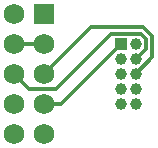
<source format=gbr>
%TF.GenerationSoftware,KiCad,Pcbnew,5.1.8-db9833491~88~ubuntu20.04.1*%
%TF.CreationDate,2020-12-14T12:06:49-05:00*%
%TF.ProjectId,2x5toCortexAdapt,32783574-6f43-46f7-9274-657841646170,rev?*%
%TF.SameCoordinates,Original*%
%TF.FileFunction,Copper,L2,Bot*%
%TF.FilePolarity,Positive*%
%FSLAX46Y46*%
G04 Gerber Fmt 4.6, Leading zero omitted, Abs format (unit mm)*
G04 Created by KiCad (PCBNEW 5.1.8-db9833491~88~ubuntu20.04.1) date 2020-12-14 12:06:49*
%MOMM*%
%LPD*%
G01*
G04 APERTURE LIST*
%TA.AperFunction,ComponentPad*%
%ADD10R,1.000000X1.000000*%
%TD*%
%TA.AperFunction,ComponentPad*%
%ADD11C,1.000000*%
%TD*%
%TA.AperFunction,ComponentPad*%
%ADD12R,1.750000X1.750000*%
%TD*%
%TA.AperFunction,ComponentPad*%
%ADD13C,1.750000*%
%TD*%
%TA.AperFunction,Conductor*%
%ADD14C,0.350000*%
%TD*%
G04 APERTURE END LIST*
D10*
%TO.P,J2,1*%
%TO.N,/3.3V*%
X156845000Y-107696000D03*
D11*
%TO.P,J2,2*%
%TO.N,/SWDIO*%
X158115000Y-107696000D03*
%TO.P,J2,3*%
%TO.N,/GND*%
X156845000Y-108966000D03*
%TO.P,J2,4*%
%TO.N,/SWCLK*%
X158115000Y-108966000D03*
%TO.P,J2,5*%
%TO.N,/GND*%
X156845000Y-110236000D03*
%TO.P,J2,6*%
%TO.N,/SWIM*%
X158115000Y-110236000D03*
%TO.P,J2,7*%
%TO.N,Net-(J2-Pad7)*%
X156845000Y-111506000D03*
%TO.P,J2,8*%
%TO.N,Net-(J2-Pad8)*%
X158115000Y-111506000D03*
%TO.P,J2,9*%
%TO.N,/GND*%
X156845000Y-112776000D03*
%TO.P,J2,10*%
%TO.N,/RST*%
X158115000Y-112776000D03*
%TD*%
D12*
%TO.P,J1,1*%
%TO.N,/RST*%
X150368000Y-105156000D03*
D13*
%TO.P,J1,2*%
%TO.N,/SWDIO*%
X147828000Y-105156000D03*
%TO.P,J1,3*%
%TO.N,/GND*%
X150368000Y-107696000D03*
%TO.P,J1,4*%
X147828000Y-107696000D03*
%TO.P,J1,5*%
%TO.N,/SWIM*%
X150368000Y-110236000D03*
%TO.P,J1,6*%
%TO.N,/SWCLK*%
X147828000Y-110236000D03*
%TO.P,J1,7*%
%TO.N,/3.3V*%
X150368000Y-112776000D03*
%TO.P,J1,8*%
X147828000Y-112776000D03*
%TO.P,J1,9*%
%TO.N,Net-(J1-Pad9)*%
X150368000Y-115316000D03*
%TO.P,J1,10*%
%TO.N,Net-(J1-Pad10)*%
X147828000Y-115316000D03*
%TD*%
D14*
%TO.N,/GND*%
X147828000Y-107696000D02*
X150368000Y-107696000D01*
%TO.N,/SWIM*%
X159540011Y-108810989D02*
X158115000Y-110236000D01*
X159540011Y-107048178D02*
X159540011Y-108810989D01*
X158762822Y-106270989D02*
X159540011Y-107048178D01*
X154333011Y-106270989D02*
X158762822Y-106270989D01*
X150368000Y-110236000D02*
X154333011Y-106270989D01*
%TO.N,/SWCLK*%
X158990001Y-107275999D02*
X158990001Y-108090999D01*
X158535001Y-106820999D02*
X158990001Y-107275999D01*
X156044999Y-106820999D02*
X158535001Y-106820999D01*
X158990001Y-108090999D02*
X158115000Y-108966000D01*
X151379997Y-111486001D02*
X156044999Y-106820999D01*
X149078001Y-111486001D02*
X151379997Y-111486001D01*
X147828000Y-110236000D02*
X149078001Y-111486001D01*
%TO.N,/3.3V*%
X151765000Y-112776000D02*
X156845000Y-107696000D01*
X150368000Y-112776000D02*
X151765000Y-112776000D01*
%TD*%
M02*

</source>
